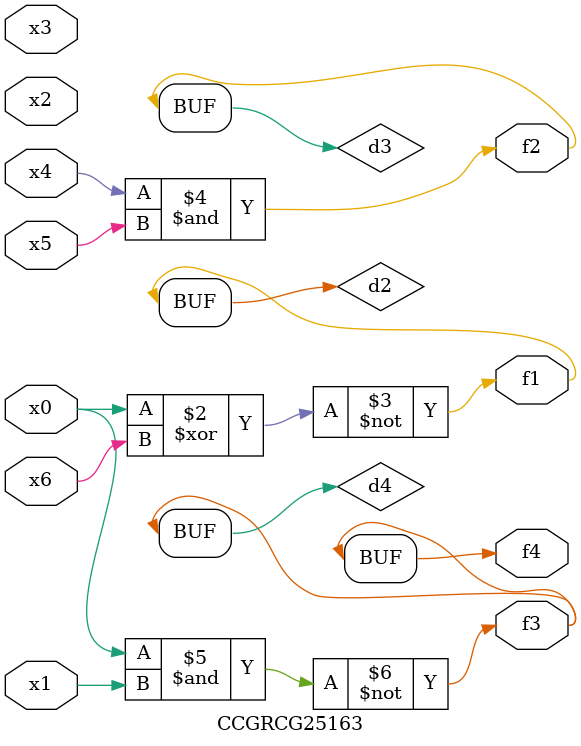
<source format=v>
module CCGRCG25163(
	input x0, x1, x2, x3, x4, x5, x6,
	output f1, f2, f3, f4
);

	wire d1, d2, d3, d4;

	nor (d1, x0);
	xnor (d2, x0, x6);
	and (d3, x4, x5);
	nand (d4, x0, x1);
	assign f1 = d2;
	assign f2 = d3;
	assign f3 = d4;
	assign f4 = d4;
endmodule

</source>
